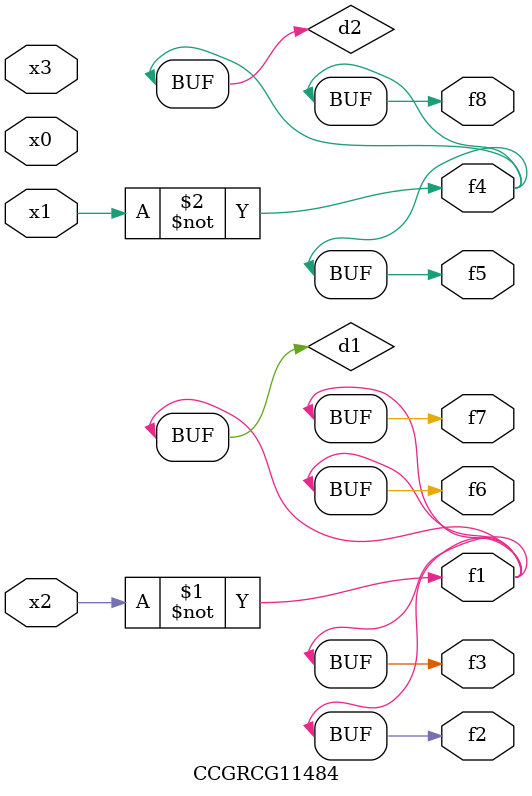
<source format=v>
module CCGRCG11484(
	input x0, x1, x2, x3,
	output f1, f2, f3, f4, f5, f6, f7, f8
);

	wire d1, d2;

	xnor (d1, x2);
	not (d2, x1);
	assign f1 = d1;
	assign f2 = d1;
	assign f3 = d1;
	assign f4 = d2;
	assign f5 = d2;
	assign f6 = d1;
	assign f7 = d1;
	assign f8 = d2;
endmodule

</source>
